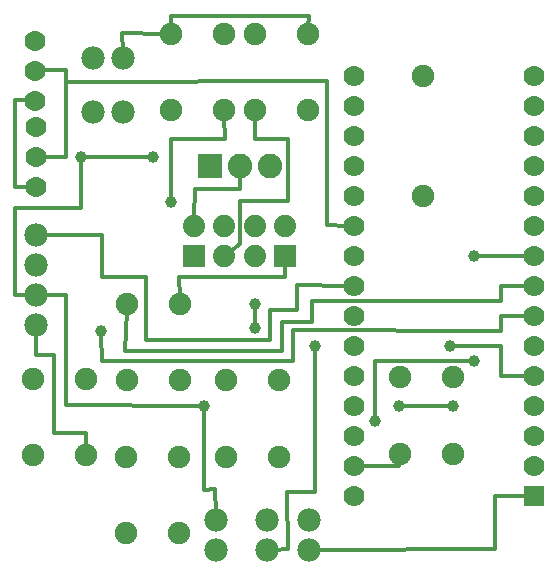
<source format=gbl>
G04 MADE WITH FRITZING*
G04 WWW.FRITZING.ORG*
G04 DOUBLE SIDED*
G04 HOLES PLATED*
G04 CONTOUR ON CENTER OF CONTOUR VECTOR*
%ASAXBY*%
%FSLAX23Y23*%
%MOIN*%
%OFA0B0*%
%SFA1.0B1.0*%
%ADD10C,0.075000*%
%ADD11C,0.039370*%
%ADD12C,0.078000*%
%ADD13C,0.082000*%
%ADD14C,0.069444*%
%ADD15C,0.074472*%
%ADD16C,0.070000*%
%ADD17R,0.082000X0.082000*%
%ADD18R,0.074472X0.074108*%
%ADD19R,0.069972X0.070000*%
%ADD20C,0.012000*%
%LNCOPPER0*%
G90*
G70*
G54D10*
X1487Y469D03*
X1487Y725D03*
X1310Y469D03*
X1310Y725D03*
X1487Y469D03*
X1487Y725D03*
X1310Y469D03*
X1310Y725D03*
G54D11*
X1477Y829D03*
G54D12*
X697Y249D03*
X697Y149D03*
X867Y249D03*
X867Y149D03*
X1007Y249D03*
X1007Y149D03*
G54D10*
X907Y459D03*
X907Y715D03*
X730Y459D03*
X730Y715D03*
X907Y459D03*
X907Y715D03*
X730Y459D03*
X730Y715D03*
X400Y969D03*
X400Y713D03*
X577Y969D03*
X577Y713D03*
X400Y969D03*
X400Y713D03*
X577Y969D03*
X577Y713D03*
X397Y459D03*
X397Y203D03*
X574Y459D03*
X574Y203D03*
X397Y459D03*
X397Y203D03*
X574Y459D03*
X574Y203D03*
X87Y719D03*
X87Y463D03*
X264Y719D03*
X264Y463D03*
X87Y719D03*
X87Y463D03*
X264Y719D03*
X264Y463D03*
G54D13*
X677Y1429D03*
X777Y1429D03*
X877Y1429D03*
G54D14*
X97Y1559D03*
X97Y1459D03*
X97Y1359D03*
X94Y1846D03*
X94Y1746D03*
X94Y1646D03*
G54D10*
X1387Y1729D03*
X1387Y1329D03*
X724Y1613D03*
X724Y1869D03*
X547Y1613D03*
X547Y1869D03*
X724Y1613D03*
X724Y1869D03*
X547Y1613D03*
X547Y1869D03*
X1004Y1613D03*
X1004Y1869D03*
X827Y1613D03*
X827Y1869D03*
X1004Y1613D03*
X1004Y1869D03*
X827Y1613D03*
X827Y1869D03*
G54D15*
X927Y1129D03*
X927Y1229D03*
X827Y1129D03*
X827Y1229D03*
X726Y1129D03*
X726Y1229D03*
X626Y1129D03*
X626Y1229D03*
G54D12*
X287Y1609D03*
X387Y1609D03*
X287Y1789D03*
X387Y1789D03*
X97Y899D03*
X97Y999D03*
X97Y1099D03*
X97Y1199D03*
G54D11*
X547Y1309D03*
X1027Y829D03*
X1227Y579D03*
X1557Y779D03*
X1557Y1129D03*
X487Y1459D03*
X247Y1459D03*
X657Y629D03*
X827Y889D03*
X1307Y629D03*
X1487Y629D03*
X827Y969D03*
X316Y879D03*
G54D16*
X1757Y329D03*
X1757Y429D03*
X1757Y529D03*
X1757Y629D03*
X1757Y729D03*
X1757Y829D03*
X1757Y929D03*
X1757Y1029D03*
X1757Y1129D03*
X1757Y1229D03*
X1757Y1329D03*
X1757Y1429D03*
X1757Y1529D03*
X1757Y1629D03*
X1757Y1729D03*
X1157Y329D03*
X1157Y429D03*
X1157Y529D03*
X1157Y629D03*
X1157Y729D03*
X1157Y829D03*
X1157Y929D03*
X1157Y1029D03*
X1157Y1129D03*
X1157Y1229D03*
X1157Y1329D03*
X1157Y1429D03*
X1157Y1529D03*
X1157Y1629D03*
X1157Y1729D03*
G54D17*
X677Y1429D03*
G54D18*
X927Y1129D03*
X626Y1129D03*
G54D19*
X1757Y329D03*
G54D20*
X1648Y729D02*
X1734Y729D01*
D02*
X1648Y828D02*
X1648Y729D01*
D02*
X1491Y829D02*
X1648Y828D01*
D02*
X657Y349D02*
X657Y615D01*
D02*
X696Y350D02*
X657Y349D01*
D02*
X697Y274D02*
X696Y350D01*
D02*
X927Y1059D02*
X576Y1059D01*
D02*
X927Y1104D02*
X927Y1059D01*
D02*
X747Y1145D02*
X777Y1169D01*
D02*
X777Y1169D02*
X777Y1310D01*
D02*
X777Y1310D02*
X937Y1310D01*
D02*
X937Y1310D02*
X937Y1519D01*
D02*
X827Y1519D02*
X827Y1590D01*
D02*
X937Y1519D02*
X827Y1519D01*
D02*
X400Y946D02*
X396Y810D01*
D02*
X397Y810D02*
X917Y810D01*
D02*
X1017Y979D02*
X1647Y979D01*
D02*
X1017Y909D02*
X1017Y979D01*
D02*
X1647Y1029D02*
X1734Y1029D01*
D02*
X1647Y979D02*
X1647Y1029D01*
D02*
X316Y866D02*
X317Y779D01*
D02*
X1647Y929D02*
X1734Y929D01*
D02*
X1647Y879D02*
X1647Y929D01*
D02*
X547Y1322D02*
X547Y1519D01*
D02*
X727Y1519D02*
X725Y1590D01*
D02*
X547Y1519D02*
X727Y1519D01*
D02*
X386Y1870D02*
X524Y1869D01*
D02*
X387Y1813D02*
X386Y1870D01*
D02*
X77Y1359D02*
X28Y1359D01*
D02*
X28Y1359D02*
X28Y1649D01*
D02*
X28Y1649D02*
X73Y1647D01*
D02*
X1307Y429D02*
X1181Y429D01*
D02*
X1308Y446D02*
X1307Y429D01*
D02*
X197Y1459D02*
X197Y1709D01*
D02*
X118Y1459D02*
X197Y1459D01*
D02*
X197Y1709D02*
X1067Y1710D01*
D02*
X1067Y1710D02*
X1067Y1230D01*
D02*
X1067Y1230D02*
X1134Y1229D01*
D02*
X197Y1749D02*
X197Y1709D01*
D02*
X115Y1747D02*
X197Y1749D01*
D02*
X1734Y329D02*
X1627Y328D01*
D02*
X1627Y328D02*
X1627Y150D01*
D02*
X1627Y150D02*
X1031Y149D01*
D02*
X937Y150D02*
X936Y340D01*
D02*
X936Y340D02*
X1027Y340D01*
D02*
X1027Y340D02*
X1027Y815D01*
D02*
X891Y149D02*
X937Y150D01*
D02*
X1227Y592D02*
X1227Y778D01*
D02*
X1227Y778D02*
X1544Y779D01*
D02*
X1571Y1129D02*
X1734Y1129D01*
D02*
X73Y999D02*
X28Y999D01*
D02*
X28Y999D02*
X28Y1289D01*
D02*
X28Y1289D02*
X247Y1289D01*
D02*
X247Y1289D02*
X247Y1445D01*
D02*
X644Y629D02*
X197Y630D01*
D02*
X197Y999D02*
X122Y999D01*
D02*
X197Y630D02*
X197Y999D01*
D02*
X827Y956D02*
X827Y903D01*
D02*
X261Y1459D02*
X474Y1459D01*
D02*
X547Y1929D02*
X1007Y1929D01*
D02*
X1007Y1929D02*
X1006Y1892D01*
D02*
X547Y1892D02*
X547Y1929D01*
D02*
X1321Y629D02*
X1474Y629D01*
D02*
X627Y1350D02*
X626Y1255D01*
D02*
X777Y1350D02*
X627Y1350D01*
D02*
X777Y1403D02*
X777Y1350D01*
D02*
X266Y539D02*
X157Y539D01*
D02*
X157Y539D02*
X157Y799D01*
D02*
X157Y799D02*
X97Y799D01*
D02*
X97Y799D02*
X97Y874D01*
D02*
X265Y486D02*
X266Y539D01*
D02*
X956Y880D02*
X1647Y879D01*
D02*
X956Y779D02*
X956Y880D01*
D02*
X317Y779D02*
X956Y779D01*
D02*
X917Y909D02*
X1017Y909D01*
D02*
X917Y810D02*
X917Y909D01*
D02*
X466Y1059D02*
X466Y849D01*
D02*
X877Y849D02*
X877Y949D01*
D02*
X877Y949D02*
X967Y949D01*
D02*
X967Y949D02*
X967Y1030D01*
D02*
X466Y849D02*
X877Y849D01*
D02*
X317Y1059D02*
X466Y1059D01*
D02*
X317Y1199D02*
X317Y1059D01*
D02*
X967Y1030D02*
X1134Y1029D01*
D02*
X122Y1199D02*
X317Y1199D01*
D02*
X576Y1059D02*
X577Y992D01*
G04 End of Copper0*
M02*
</source>
